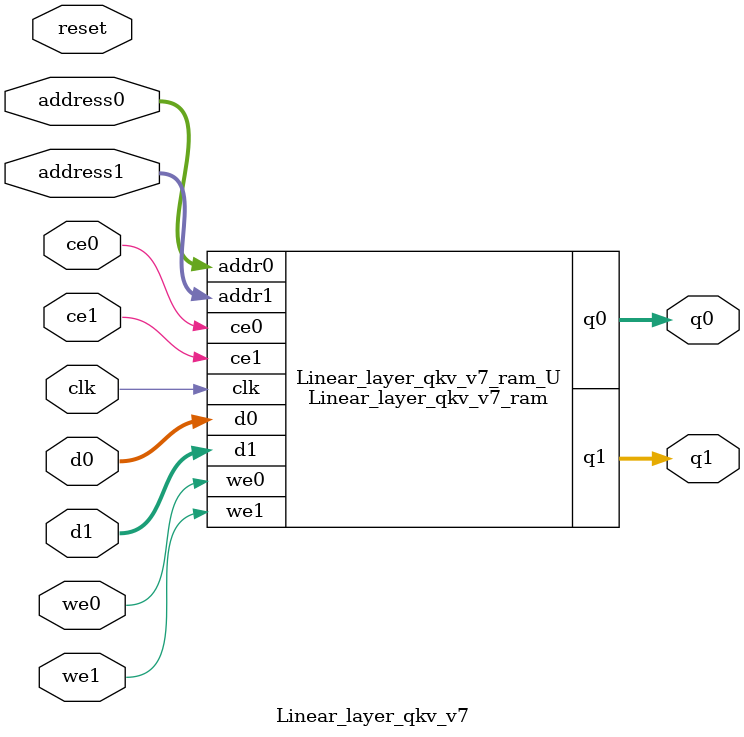
<source format=v>
`timescale 1 ns / 1 ps
module Linear_layer_qkv_v7_ram (addr0, ce0, d0, we0, q0, addr1, ce1, d1, we1, q1,  clk);

parameter DWIDTH = 32;
parameter AWIDTH = 10;
parameter MEM_SIZE = 768;

input[AWIDTH-1:0] addr0;
input ce0;
input[DWIDTH-1:0] d0;
input we0;
output reg[DWIDTH-1:0] q0;
input[AWIDTH-1:0] addr1;
input ce1;
input[DWIDTH-1:0] d1;
input we1;
output reg[DWIDTH-1:0] q1;
input clk;

(* ram_style = "block" *)reg [DWIDTH-1:0] ram[0:MEM_SIZE-1];




always @(posedge clk)  
begin 
    if (ce0) begin
        if (we0) 
            ram[addr0] <= d0; 
        q0 <= ram[addr0];
    end
end


always @(posedge clk)  
begin 
    if (ce1) begin
        if (we1) 
            ram[addr1] <= d1; 
        q1 <= ram[addr1];
    end
end


endmodule

`timescale 1 ns / 1 ps
module Linear_layer_qkv_v7(
    reset,
    clk,
    address0,
    ce0,
    we0,
    d0,
    q0,
    address1,
    ce1,
    we1,
    d1,
    q1);

parameter DataWidth = 32'd32;
parameter AddressRange = 32'd768;
parameter AddressWidth = 32'd10;
input reset;
input clk;
input[AddressWidth - 1:0] address0;
input ce0;
input we0;
input[DataWidth - 1:0] d0;
output[DataWidth - 1:0] q0;
input[AddressWidth - 1:0] address1;
input ce1;
input we1;
input[DataWidth - 1:0] d1;
output[DataWidth - 1:0] q1;



Linear_layer_qkv_v7_ram Linear_layer_qkv_v7_ram_U(
    .clk( clk ),
    .addr0( address0 ),
    .ce0( ce0 ),
    .we0( we0 ),
    .d0( d0 ),
    .q0( q0 ),
    .addr1( address1 ),
    .ce1( ce1 ),
    .we1( we1 ),
    .d1( d1 ),
    .q1( q1 ));

endmodule


</source>
